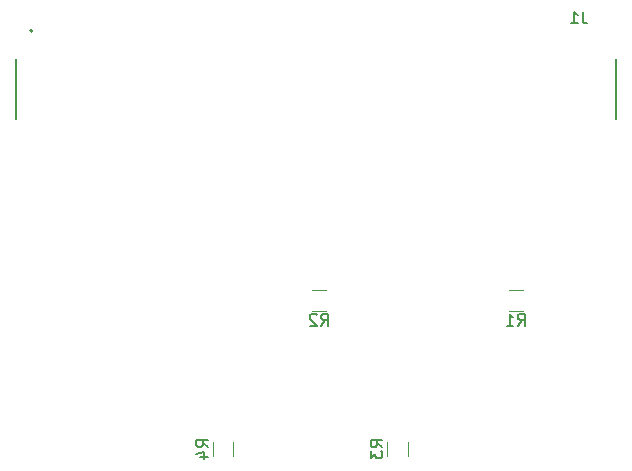
<source format=gbr>
%TF.GenerationSoftware,KiCad,Pcbnew,(5.1.9)-1*%
%TF.CreationDate,2025-05-03T12:54:25-07:00*%
%TF.ProjectId,RADA3K,52414441-334b-42e6-9b69-6361645f7063,rev?*%
%TF.SameCoordinates,Original*%
%TF.FileFunction,Legend,Bot*%
%TF.FilePolarity,Positive*%
%FSLAX46Y46*%
G04 Gerber Fmt 4.6, Leading zero omitted, Abs format (unit mm)*
G04 Created by KiCad (PCBNEW (5.1.9)-1) date 2025-05-03 12:54:25*
%MOMM*%
%LPD*%
G01*
G04 APERTURE LIST*
%ADD10C,0.120000*%
%ADD11C,0.200000*%
%ADD12C,0.150000*%
G04 APERTURE END LIST*
D10*
%TO.C,R4*%
X78020000Y-82150000D02*
X78020000Y-83350000D01*
X79780000Y-83350000D02*
X79780000Y-82150000D01*
%TO.C,R3*%
X92770000Y-82150000D02*
X92770000Y-83350000D01*
X94530000Y-83350000D02*
X94530000Y-82150000D01*
D11*
%TO.C,J1*%
X61400000Y-49690000D02*
X61400000Y-54770000D01*
X112200000Y-54770000D02*
X112200000Y-49690000D01*
X62770000Y-47330000D02*
G75*
G03*
X62770000Y-47330000I-100000J0D01*
G01*
D10*
%TO.C,R2*%
X87650000Y-69270000D02*
X86450000Y-69270000D01*
X86450000Y-71030000D02*
X87650000Y-71030000D01*
%TO.C,R1*%
X104300000Y-69270000D02*
X103100000Y-69270000D01*
X103100000Y-71030000D02*
X104300000Y-71030000D01*
%TO.C,R4*%
D12*
X77652380Y-82583333D02*
X77176190Y-82250000D01*
X77652380Y-82011904D02*
X76652380Y-82011904D01*
X76652380Y-82392857D01*
X76700000Y-82488095D01*
X76747619Y-82535714D01*
X76842857Y-82583333D01*
X76985714Y-82583333D01*
X77080952Y-82535714D01*
X77128571Y-82488095D01*
X77176190Y-82392857D01*
X77176190Y-82011904D01*
X76985714Y-83440476D02*
X77652380Y-83440476D01*
X76604761Y-83202380D02*
X77319047Y-82964285D01*
X77319047Y-83583333D01*
%TO.C,R3*%
X92402380Y-82583333D02*
X91926190Y-82250000D01*
X92402380Y-82011904D02*
X91402380Y-82011904D01*
X91402380Y-82392857D01*
X91450000Y-82488095D01*
X91497619Y-82535714D01*
X91592857Y-82583333D01*
X91735714Y-82583333D01*
X91830952Y-82535714D01*
X91878571Y-82488095D01*
X91926190Y-82392857D01*
X91926190Y-82011904D01*
X91402380Y-82916666D02*
X91402380Y-83535714D01*
X91783333Y-83202380D01*
X91783333Y-83345238D01*
X91830952Y-83440476D01*
X91878571Y-83488095D01*
X91973809Y-83535714D01*
X92211904Y-83535714D01*
X92307142Y-83488095D01*
X92354761Y-83440476D01*
X92402380Y-83345238D01*
X92402380Y-83059523D01*
X92354761Y-82964285D01*
X92307142Y-82916666D01*
%TO.C,J1*%
X109358333Y-45717380D02*
X109358333Y-46431666D01*
X109405952Y-46574523D01*
X109501190Y-46669761D01*
X109644047Y-46717380D01*
X109739285Y-46717380D01*
X108358333Y-46717380D02*
X108929761Y-46717380D01*
X108644047Y-46717380D02*
X108644047Y-45717380D01*
X108739285Y-45860238D01*
X108834523Y-45955476D01*
X108929761Y-46003095D01*
%TO.C,R2*%
X87216666Y-72302380D02*
X87550000Y-71826190D01*
X87788095Y-72302380D02*
X87788095Y-71302380D01*
X87407142Y-71302380D01*
X87311904Y-71350000D01*
X87264285Y-71397619D01*
X87216666Y-71492857D01*
X87216666Y-71635714D01*
X87264285Y-71730952D01*
X87311904Y-71778571D01*
X87407142Y-71826190D01*
X87788095Y-71826190D01*
X86835714Y-71397619D02*
X86788095Y-71350000D01*
X86692857Y-71302380D01*
X86454761Y-71302380D01*
X86359523Y-71350000D01*
X86311904Y-71397619D01*
X86264285Y-71492857D01*
X86264285Y-71588095D01*
X86311904Y-71730952D01*
X86883333Y-72302380D01*
X86264285Y-72302380D01*
%TO.C,R1*%
X103866666Y-72302380D02*
X104200000Y-71826190D01*
X104438095Y-72302380D02*
X104438095Y-71302380D01*
X104057142Y-71302380D01*
X103961904Y-71350000D01*
X103914285Y-71397619D01*
X103866666Y-71492857D01*
X103866666Y-71635714D01*
X103914285Y-71730952D01*
X103961904Y-71778571D01*
X104057142Y-71826190D01*
X104438095Y-71826190D01*
X102914285Y-72302380D02*
X103485714Y-72302380D01*
X103200000Y-72302380D02*
X103200000Y-71302380D01*
X103295238Y-71445238D01*
X103390476Y-71540476D01*
X103485714Y-71588095D01*
%TD*%
M02*

</source>
